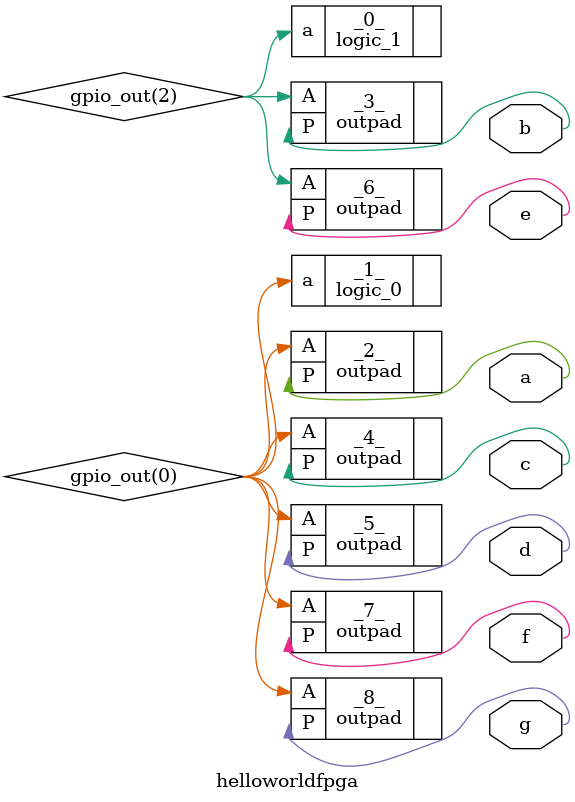
<source format=v>
/* Generated by Yosys 0.9+2406 (git sha1 ca763e6d, gcc 9.3.0-17ubuntu1~20.04 -fPIC -Os) */

(* top =  1  *)
(* src = "/storage/emulated/0/github/vaman/sevenseg/codes/static/sevenseg_word.v:8.1-22.10" *)
module helloworldfpga(a, b, c, d, e, f, g);
  (* src = "/storage/emulated/0/github/vaman/sevenseg/codes/static/sevenseg_word.v:9.25-9.26" *)
  output a;
  (* src = "/storage/emulated/0/github/vaman/sevenseg/codes/static/sevenseg_word.v:10.25-10.26" *)
  output b;
  (* src = "/storage/emulated/0/github/vaman/sevenseg/codes/static/sevenseg_word.v:11.25-11.26" *)
  output c;
  (* src = "/storage/emulated/0/github/vaman/sevenseg/codes/static/sevenseg_word.v:12.21-12.22" *)
  output d;
  (* src = "/storage/emulated/0/github/vaman/sevenseg/codes/static/sevenseg_word.v:13.23-13.24" *)
  output e;
  (* src = "/storage/emulated/0/github/vaman/sevenseg/codes/static/sevenseg_word.v:14.22-14.23" *)
  output f;
  (* src = "/storage/emulated/0/github/vaman/sevenseg/codes/static/sevenseg_word.v:15.23-15.24" *)
  output g;
  (* src = "/storage/emulated/0/github/vaman/sevenseg/codes/static/sevenseg_word.v:19.11-19.19" *)
  wire \gpio_out(0) ;
  (* src = "/storage/emulated/0/github/vaman/sevenseg/codes/static/sevenseg_word.v:19.11-19.19" *)
  wire \gpio_out(2) ;
  logic_1 _0_ (
    .a(\gpio_out(2) )
  );
  logic_0 _1_ (
    .a(\gpio_out(0) )
  );
  (* keep = 32'd1 *)
  outpad #(
    .IO_LOC("X12Y3"),
    .IO_PAD("3"),
    .IO_TYPE("BIDIR")
  ) _2_ (
    .A(\gpio_out(0) ),
    .P(a)
  );
  (* keep = 32'd1 *)
  outpad #(
    .IO_LOC("X14Y3"),
    .IO_PAD("64"),
    .IO_TYPE("BIDIR")
  ) _3_ (
    .A(\gpio_out(2) ),
    .P(b)
  );
  (* keep = 32'd1 *)
  outpad #(
    .IO_LOC("X16Y3"),
    .IO_PAD("62"),
    .IO_TYPE("BIDIR")
  ) _4_ (
    .A(\gpio_out(0) ),
    .P(c)
  );
  (* keep = 32'd1 *)
  outpad #(
    .IO_LOC("X18Y3"),
    .IO_PAD("63"),
    .IO_TYPE("BIDIR")
  ) _5_ (
    .A(\gpio_out(0) ),
    .P(d)
  );
  (* keep = 32'd1 *)
  outpad #(
    .IO_LOC("X20Y3"),
    .IO_PAD("61"),
    .IO_TYPE("BIDIR")
  ) _6_ (
    .A(\gpio_out(2) ),
    .P(e)
  );
  (* keep = 32'd1 *)
  outpad #(
    .IO_LOC("X24Y3"),
    .IO_PAD("59"),
    .IO_TYPE("BIDIR")
  ) _7_ (
    .A(\gpio_out(0) ),
    .P(f)
  );
  (* keep = 32'd1 *)
  outpad #(
    .IO_LOC("X26Y3"),
    .IO_PAD("57"),
    .IO_TYPE("BIDIR")
  ) _8_ (
    .A(\gpio_out(0) ),
    .P(g)
  );
endmodule

</source>
